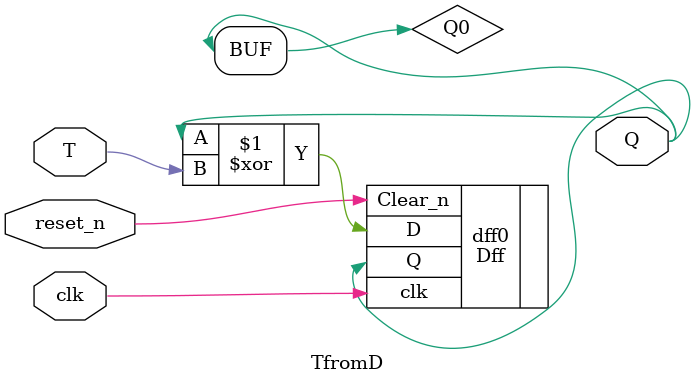
<source format=v>
`timescale 1ns / 1ps


module TfromD(
    input clk,
    input reset_n,
    input T,
    output Q
    );
    
    Dff dff0(.D(Q ^ T),.clk(clk),.Clear_n(reset_n),.Q(Q0));
    
    assign Q = Q0;
    
endmodule

</source>
